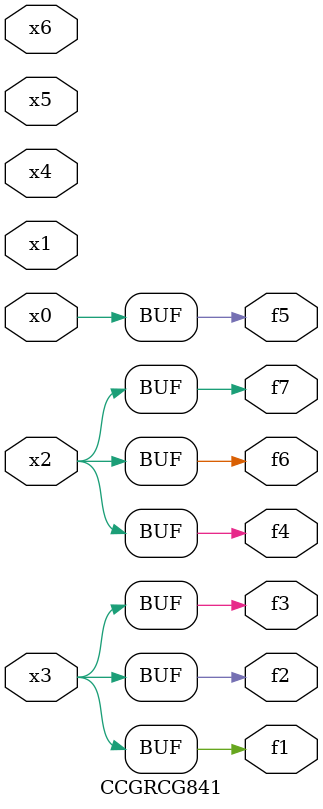
<source format=v>
module CCGRCG841(
	input x0, x1, x2, x3, x4, x5, x6,
	output f1, f2, f3, f4, f5, f6, f7
);
	assign f1 = x3;
	assign f2 = x3;
	assign f3 = x3;
	assign f4 = x2;
	assign f5 = x0;
	assign f6 = x2;
	assign f7 = x2;
endmodule

</source>
